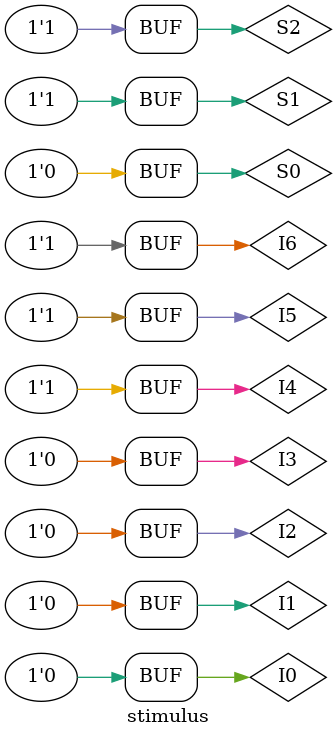
<source format=v>
module mux(out, i0, i1, i2, i3, i4, i5, i6, s2, s1, s0);
	output out;
	input i0, i1, i2, i3, i4, i5, i6;
	input s2, s1, s0;
	wire s2n, s1n, s0n;
	wire c0, c1, c2, c3, c4, c5, c6;
	not(s2n, s2);
	not(s1n, s1);
	not(s0n, s0);
	and(c0, i0, s2n, s1n, s0n);
	and(c1, i1, s2n, s1n, s0);
	and(c2, i2, s2n, s1, s0n);
	and(c3, i3, s2n, s1, s0);
	and(c4, i4, s2, s1n, s0n);
	and(c5, i5, s2, s1n, s0);
	and(c6, i6, s2, s1, s0n);
	or(out, c0, c1, c2, c3, c4, c5, c6);
endmodule

module stimulus;
	reg I0, I1, I2, I3, I4, I5, I6;
	reg S2, S1, S0;
	wire OUT;
	mux mymux(OUT, I0, I1, I2, I3, I4, I5, I6, S2, S1, S0);
	initial
		begin
		$monitor($time, "I0=%b, I1=%b, I2=%b, I3=%b, I4=%b, I5=%b, I6=%b, S2=%b, S1=%b, S0=%b, -----, OUT=%b", I0, I1, I2, I3, I4, I5, I6, S2, S1, S0, OUT);
		end
		initial
			begin
				#0 I0='b1; I1='b0; I2='b0; I3='b0; I4='b0; I5='b0; I6='b0; S2='b0; S1='b0; S0='b0; //000
				#5 I0='b1; I1='b1; I2='b1; I3='b0; I4='b1; I5='b1; I6='b1; S2='b0; S1='b0; S0='b1; //001
				#5 I0='b1; I1='b0; I2='b0; I3='b0; I4='b1; I5='b0; I6='b1; S2='b0; S1='b1; S0='b0; //010
				#5 I0='b0; I1='b1; I2='b0; I3='b1; I4='b0; I5='b1; I6='b0; S2='b0; S1='b1; S0='b1; //011
				#5 I0='b0; I1='b1; I2='b0; I3='b0; I4='b1; I5='b0; I6='b0; S2='b1; S1='b0; S0='b0; //100
				#5 I0='b1; I1='b1; I2='b1; I3='b0; I4='b1; I5='b1; I6='b1; S2='b1; S1='b0; S0='b1; //101
				#5 I0='b0; I1='b0; I2='b0; I3='b0; I4='b1; I5='b1; I6='b1; S2='b1; S1='b1; S0='b0; //110
				//OUT should be 1,1,0,1,1,1,1
			end
endmodule

</source>
